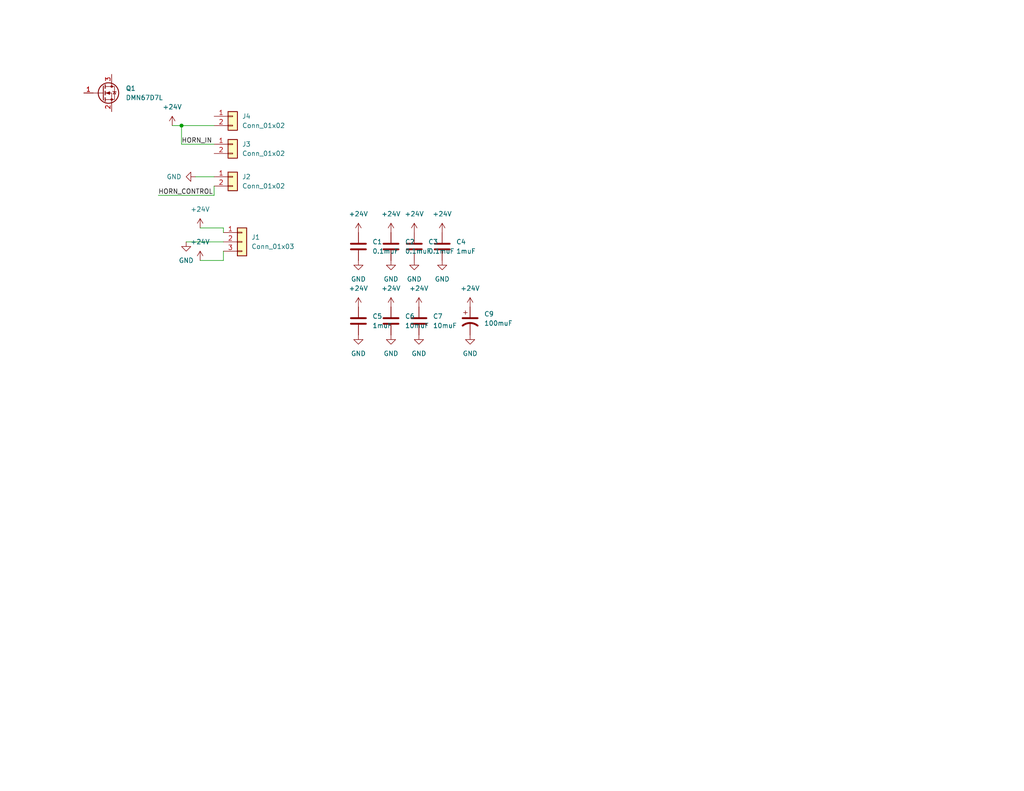
<source format=kicad_sch>
(kicad_sch (version 20231120) (generator "eeschema") (generator_version "8.0")
  (paper "USLetter")
  (title_block (title "lau29 Horns Board") (date "2024-10-03") (rev "1.0") (company "Illini Solar Car") (comment 1 "Designed By: Sarah Lau"))
  (lib_symbols
    (symbol "Connector_Generic:Conn_01x02" (pin_names (offset 1.016) hide)
      (property "Reference" "J" (at 0 2.54 0))
      (property "Value" "Conn_01x02" (at 0 -5.08 0))
      (symbol "Conn_01x02_1_1"
        (rectangle (start -1.27 -2.413) (end 0 -2.667) (stroke (width 0.1524)))
        (rectangle (start -1.27 0.127) (end 0 -0.127) (stroke (width 0.1524)))
        (rectangle (start -1.27 1.27) (end 1.27 -3.81) (stroke (width 0.254)) (fill (type background)))
        (pin passive line (at -5.08 0 0) (length 3.81) (name "Pin_1") (number "1"))
        (pin passive line (at -5.08 -2.54 0) (length 3.81) (name "Pin_2") (number "2"))
      )
    )
    (symbol "Connector_Generic:Conn_01x03" (pin_names (offset 1.016) hide)
      (property "Reference" "J" (at 0 5.08 0))
      (property "Value" "Conn_01x03" (at 0 -5.08 0))
      (symbol "Conn_01x03_1_1"
        (rectangle (start -1.27 -2.413) (end 0 -2.667) (stroke (width 0.1524)))
        (rectangle (start -1.27 0.127) (end 0 -0.127) (stroke (width 0.1524)))
        (rectangle (start -1.27 2.667) (end 0 2.413) (stroke (width 0.1524)))
        (rectangle (start -1.27 3.81) (end 1.27 -3.81) (stroke (width 0.254)) (fill (type background)))
        (pin passive line (at -5.08 2.54 0) (length 3.81) (name "Pin_1") (number "1"))
        (pin passive line (at -5.08 0 0) (length 3.81) (name "Pin_2") (number "2"))
        (pin passive line (at -5.08 -2.54 0) (length 3.81) (name "Pin_3") (number "3"))
      )
    )
    (symbol "Transistor_FET:DMN67D7L" (pin_names hide)
      (property "Reference" "Q" (at 5.08 1.905 0))
      (property "Value" "DMN67D7L" (at 5.08 0 0))
      (symbol "DMN67D7L_0_1"
        (polyline (pts (xy 0.254 0) (xy -2.54 0)))
        (polyline (pts (xy 0.254 1.905) (xy 0.254 -1.905)) (stroke (width 0.254)))
        (polyline (pts (xy 0.762 -1.27) (xy 0.762 -2.286)) (stroke (width 0.254)))
        (polyline (pts (xy 0.762 0.508) (xy 0.762 -0.508)) (stroke (width 0.254)))
        (polyline (pts (xy 0.762 2.286) (xy 0.762 1.27)) (stroke (width 0.254)))
        (polyline (pts (xy 2.54 2.54) (xy 2.54 1.778)))
        (polyline (pts (xy 2.54 -2.54) (xy 2.54 0) (xy 0.762 0)))
        (polyline (pts (xy 0.762 -1.778) (xy 3.302 -1.778) (xy 3.302 1.778) (xy 0.762 1.778)))
        (polyline (pts (xy 1.016 0) (xy 2.032 0.381) (xy 2.032 -0.381) (xy 1.016 0)) (fill (type outline)))
        (polyline (pts (xy 2.794 0.508) (xy 2.921 0.381) (xy 3.683 0.381) (xy 3.81 0.254)))
        (polyline (pts (xy 3.302 0.381) (xy 2.921 -0.254) (xy 3.683 -0.254) (xy 3.302 0.381)))
        (circle (center 1.651 0) (radius 2.794) (stroke (width 0.254)))
        (circle (center 2.54 -1.778) (radius 0.254) (fill (type outline)))
        (circle (center 2.54 1.778) (radius 0.254) (fill (type outline)))
      )
      (symbol "DMN67D7L_1_1"
        (pin input line (at -5.08 0 0) (length 2.54) (name "G") (number "1"))
        (pin passive line (at 2.54 -5.08 90) (length 2.54) (name "S") (number "2"))
        (pin passive line (at 2.54 5.08 270) (length 2.54) (name "D") (number "3"))
      )
    )
    (symbol "device:C" (pin_numbers hide) (pin_names (offset 0.254))
      (property "Reference" "C" (at 0.635 2.54 0))
      (property "Value" "C" (at 0.635 -2.54 0))
      (symbol "C_0_1"
        (polyline (pts (xy -2.032 -0.762) (xy 2.032 -0.762)) (stroke (width 0.508)))
        (polyline (pts (xy -2.032 0.762) (xy 2.032 0.762)) (stroke (width 0.508)))
      )
      (symbol "C_1_1"
        (pin passive line (at 0 3.81 270) (length 2.794) (name "~") (number "1"))
        (pin passive line (at 0 -3.81 90) (length 2.794) (name "~") (number "2"))
      )
    )
    (symbol "device:C_Polarized_US" (pin_numbers hide) (pin_names (offset 0.254) hide)
      (property "Reference" "C" (at 0.635 2.54 0))
      (property "Value" "C_Polarized_US" (at 0.635 -2.54 0))
      (symbol "C_Polarized_US_0_1"
        (polyline (pts (xy -2.032 0.762) (xy 2.032 0.762)) (stroke (width 0.508)))
        (polyline (pts (xy -1.778 2.286) (xy -0.762 2.286)))
        (polyline (pts (xy -1.27 1.778) (xy -1.27 2.794)))
        (arc (start 2.032 -1.27) (mid 0 -0.5572) (end -2.032 -1.27) (stroke (width 0.508)))
      )
      (symbol "C_Polarized_US_1_1"
        (pin passive line (at 0 3.81 270) (length 2.794) (name "~") (number "1"))
        (pin passive line (at 0 -3.81 90) (length 3.302) (name "~") (number "2"))
      )
    )
    (symbol "power:+24V" (power) (pin_names (offset 0))
      (property "Value" "+24V" (at 0 3.556 0))
      (symbol "+24V_0_1"
        (polyline (pts (xy -0.762 1.27) (xy 0 2.54)))
        (polyline (pts (xy 0 0) (xy 0 2.54)))
        (polyline (pts (xy 0 2.54) (xy 0.762 1.27)))
      )
      (symbol "+24V_1_1"
        (pin power_in line (at 0 0 90) (length 0) hide (name "+24V") (number "1"))
      )
    )
    (symbol "power:GND" (power) (pin_names (offset 0))
      (property "Value" "GND" (at 0 -3.81 0))
      (symbol "GND_0_1"
        (polyline (pts (xy 0 0) (xy 0 -1.27) (xy 1.27 -1.27) (xy 0 -2.54) (xy -1.27 -1.27) (xy 0 -1.27)))
      )
      (symbol "GND_1_1"
        (pin power_in line (at 0 0 270) (length 0) hide (name "GND") (number "1"))
      )
    )
  )
  (junction (at 49.53 34.29))
  (wire (pts (xy 50.8 66.04) (xy 60.96 66.04)))
  (wire (pts (xy 60.96 62.23) (xy 60.96 63.5)))
  (wire (pts (xy 54.61 71.12) (xy 60.96 71.12)))
  (wire (pts (xy 49.53 39.37) (xy 58.42 39.37)))
  (wire (pts (xy 43.18 53.34) (xy 58.42 53.34)))
  (wire (pts (xy 60.96 71.12) (xy 60.96 68.58)))
  (wire (pts (xy 53.34 48.26) (xy 58.42 48.26)))
  (wire (pts (xy 54.61 62.23) (xy 60.96 62.23)))
  (wire (pts (xy 49.53 34.29) (xy 58.42 34.29)))
  (wire (pts (xy 58.42 53.34) (xy 58.42 50.8)))
  (wire (pts (xy 46.99 34.29) (xy 49.53 34.29)))
  (wire (pts (xy 49.53 34.29) (xy 49.53 39.37)))
  (label "HORN_IN" (at 49.53 39.37 0))
  (label "HORN_CONTROL" (at 43.18 53.34 0))
  (symbol (lib_id "power:+24V") (at 54.61 62.23 0) (unit 1)
    (property "Reference" "#PWR01" (effects (hide yes)))
    (property "Value" "+24V" (at 54.61 57.15 0))
    (property "Description" "Power symbol creates a global label with name \"+24V\"" (effects (hide yes)))
  )
  (symbol (lib_id "power:GND") (at 114.3 91.44 0) (unit 1)
    (property "Reference" "#PWR020" (effects (hide yes)))
    (property "Value" "GND" (at 114.3 96.52 0))
    (property "Description" "Power symbol creates a global label with name \"GND\" , ground" (effects (hide yes)))
  )
  (symbol (lib_id "power:+24V") (at 106.68 63.5 0) (unit 1)
    (property "Reference" "#PWR09" (effects (hide yes)))
    (property "Value" "+24V" (at 106.68 58.42 0))
    (property "Description" "Power symbol creates a global label with name \"+24V\"" (effects (hide yes)))
  )
  (symbol (lib_id "power:GND") (at 50.8 66.04 0) (unit 1)
    (property "Reference" "#PWR03" (effects (hide yes)))
    (property "Value" "GND" (at 50.8 71.12 0))
    (property "Description" "Power symbol creates a global label with name \"GND\" , ground" (effects (hide yes)))
  )
  (symbol (lib_id "power:GND") (at 128.27 91.44 0) (unit 1)
    (property "Reference" "#PWR023" (effects (hide yes)))
    (property "Value" "GND" (at 128.27 96.52 0))
    (property "Description" "Power symbol creates a global label with name \"GND\" , ground" (effects (hide yes)))
  )
  (symbol (lib_id "Transistor_FET:DMN67D7L") (at 27.94 25.4 0) (unit 1)
    (property "Reference" "Q1" (at 34.29 24.1299 0) (effects (justify left)))
    (property "Value" "DMN67D7L" (at 34.29 26.6699 0) (effects (justify left)))
    (property "Footprint" "Package_TO_SOT_SMD:SOT-23" (effects (hide yes)))
    (property "Datasheet" "http://www.diodes.com/assets/Datasheets/DMN67D7L.pdf" (effects (hide yes)))
    (property "Description" "0.21A Id, 60V Vds, N-Channel MOSFET, SOT-23" (effects (hide yes)))
  )
  (symbol (lib_id "Connector_Generic:Conn_01x02") (at 63.5 48.26 0) (unit 1)
    (property "Reference" "J2" (at 66.04 48.2599 0) (effects (justify left)))
    (property "Value" "Conn_01x02" (at 66.04 50.7999 0) (effects (justify left)))
    (property "Description" "Generic connector, single row, 01x02, script generated (kicad-library-utils/schlib/autogen/connector/)" (effects (hide yes)))
  )
  (symbol (lib_id "device:C") (at 106.68 87.63 0) (unit 1)
    (property "Reference" "C6" (at 110.49 86.3599 0) (effects (justify left)))
    (property "Value" "10muF" (at 110.49 88.8999 0) (effects (justify left)))
    (property "Description" "Unpolarized capacitor" (effects (hide yes)))
  )
  (symbol (lib_id "power:+24V") (at 113.03 63.5 0) (unit 1)
    (property "Reference" "#PWR011" (effects (hide yes)))
    (property "Value" "+24V" (at 113.03 58.42 0))
    (property "Description" "Power symbol creates a global label with name \"+24V\"" (effects (hide yes)))
  )
  (symbol (lib_id "power:+24V") (at 114.3 83.82 0) (unit 1)
    (property "Reference" "#PWR019" (effects (hide yes)))
    (property "Value" "+24V" (at 114.3 78.74 0))
    (property "Description" "Power symbol creates a global label with name \"+24V\"" (effects (hide yes)))
  )
  (symbol (lib_id "device:C_Polarized_US") (at 128.27 87.63 0) (unit 1)
    (property "Reference" "C9" (at 132.08 85.7249 0) (effects (justify left)))
    (property "Value" "100muF" (at 132.08 88.2649 0) (effects (justify left)))
    (property "Description" "Polarized capacitor, US symbol" (effects (hide yes)))
  )
  (symbol (lib_id "power:GND") (at 97.79 91.44 0) (unit 1)
    (property "Reference" "#PWR016" (effects (hide yes)))
    (property "Value" "GND" (at 97.79 96.52 0))
    (property "Description" "Power symbol creates a global label with name \"GND\" , ground" (effects (hide yes)))
  )
  (symbol (lib_id "power:+24V") (at 54.61 71.12 0) (unit 1)
    (property "Reference" "#PWR02" (effects (hide yes)))
    (property "Value" "+24V" (at 54.61 66.04 0))
    (property "Description" "Power symbol creates a global label with name \"+24V\"" (effects (hide yes)))
  )
  (symbol (lib_id "power:+24V") (at 97.79 83.82 0) (unit 1)
    (property "Reference" "#PWR015" (effects (hide yes)))
    (property "Value" "+24V" (at 97.79 78.74 0))
    (property "Description" "Power symbol creates a global label with name \"+24V\"" (effects (hide yes)))
  )
  (symbol (lib_id "power:GND") (at 53.34 48.26 270) (unit 1)
    (property "Reference" "#PWR04" (effects (hide yes)))
    (property "Value" "GND" (at 49.53 48.2599 90) (effects (justify right)))
    (property "Description" "Power symbol creates a global label with name \"GND\" , ground" (effects (hide yes)))
  )
  (symbol (lib_id "power:GND") (at 113.03 71.12 0) (unit 1)
    (property "Reference" "#PWR012" (effects (hide yes)))
    (property "Value" "GND" (at 113.03 76.2 0))
    (property "Description" "Power symbol creates a global label with name \"GND\" , ground" (effects (hide yes)))
  )
  (symbol (lib_id "device:C") (at 120.65 67.31 0) (unit 1)
    (property "Reference" "C4" (at 124.46 66.0399 0) (effects (justify left)))
    (property "Value" "1muF" (at 124.46 68.5799 0) (effects (justify left)))
    (property "Description" "Unpolarized capacitor" (effects (hide yes)))
  )
  (symbol (lib_id "power:+24V") (at 97.79 63.5 0) (unit 1)
    (property "Reference" "#PWR08" (effects (hide yes)))
    (property "Value" "+24V" (at 97.79 58.42 0))
    (property "Description" "Power symbol creates a global label with name \"+24V\"" (effects (hide yes)))
  )
  (symbol (lib_id "Connector_Generic:Conn_01x02") (at 63.5 39.37 0) (unit 1)
    (property "Reference" "J3" (at 66.04 39.3699 0) (effects (justify left)))
    (property "Value" "Conn_01x02" (at 66.04 41.9099 0) (effects (justify left)))
    (property "Description" "Generic connector, single row, 01x02, script generated (kicad-library-utils/schlib/autogen/connector/)" (effects (hide yes)))
  )
  (symbol (lib_id "device:C") (at 113.03 67.31 0) (unit 1)
    (property "Reference" "C3" (at 116.84 66.0399 0) (effects (justify left)))
    (property "Value" "0.1muF" (at 116.84 68.5799 0) (effects (justify left)))
    (property "Description" "Unpolarized capacitor" (effects (hide yes)))
  )
  (symbol (lib_id "power:GND") (at 106.68 71.12 0) (unit 1)
    (property "Reference" "#PWR010" (effects (hide yes)))
    (property "Value" "GND" (at 106.68 76.2 0))
    (property "Description" "Power symbol creates a global label with name \"GND\" , ground" (effects (hide yes)))
  )
  (symbol (lib_id "power:GND") (at 97.79 71.12 0) (unit 1)
    (property "Reference" "#PWR07" (effects (hide yes)))
    (property "Value" "GND" (at 97.79 76.2 0))
    (property "Description" "Power symbol creates a global label with name \"GND\" , ground" (effects (hide yes)))
  )
  (symbol (lib_id "power:+24V") (at 46.99 34.29 0) (unit 1)
    (property "Reference" "#PWR05" (effects (hide yes)))
    (property "Value" "+24V" (at 46.99 29.21 0))
    (property "Description" "Power symbol creates a global label with name \"+24V\"" (effects (hide yes)))
  )
  (symbol (lib_id "power:GND") (at 120.65 71.12 0) (unit 1)
    (property "Reference" "#PWR014" (effects (hide yes)))
    (property "Value" "GND" (at 120.65 76.2 0))
    (property "Description" "Power symbol creates a global label with name \"GND\" , ground" (effects (hide yes)))
  )
  (symbol (lib_id "power:+24V") (at 106.68 83.82 0) (unit 1)
    (property "Reference" "#PWR017" (effects (hide yes)))
    (property "Value" "+24V" (at 106.68 78.74 0))
    (property "Description" "Power symbol creates a global label with name \"+24V\"" (effects (hide yes)))
  )
  (symbol (lib_id "device:C") (at 106.68 67.31 0) (unit 1)
    (property "Reference" "C2" (at 110.49 66.0399 0) (effects (justify left)))
    (property "Value" "0.1muF" (at 110.49 68.5799 0) (effects (justify left)))
    (property "Description" "Unpolarized capacitor" (effects (hide yes)))
  )
  (symbol (lib_id "Connector_Generic:Conn_01x03") (at 66.04 66.04 0) (unit 1)
    (property "Reference" "J1" (at 68.58 64.7699 0) (effects (justify left)))
    (property "Value" "Conn_01x03" (at 68.58 67.3099 0) (effects (justify left)))
    (property "Description" "Generic connector, single row, 01x03, script generated (kicad-library-utils/schlib/autogen/connector/)" (effects (hide yes)))
  )
  (symbol (lib_id "device:C") (at 97.79 67.31 0) (unit 1)
    (property "Reference" "C1" (at 101.6 66.0399 0) (effects (justify left)))
    (property "Value" "0.1muF" (at 101.6 68.5799 0) (effects (justify left)))
    (property "Description" "Unpolarized capacitor" (effects (hide yes)))
  )
  (symbol (lib_id "power:+24V") (at 128.27 83.82 0) (unit 1)
    (property "Reference" "#PWR022" (effects (hide yes)))
    (property "Value" "+24V" (at 128.27 78.74 0))
    (property "Description" "Power symbol creates a global label with name \"+24V\"" (effects (hide yes)))
  )
  (symbol (lib_id "device:C") (at 114.3 87.63 0) (unit 1)
    (property "Reference" "C7" (at 118.11 86.3599 0) (effects (justify left)))
    (property "Value" "10muF" (at 118.11 88.8999 0) (effects (justify left)))
    (property "Description" "Unpolarized capacitor" (effects (hide yes)))
  )
  (symbol (lib_id "device:C") (at 97.79 87.63 0) (unit 1)
    (property "Reference" "C5" (at 101.6 86.3599 0) (effects (justify left)))
    (property "Value" "1muF" (at 101.6 88.8999 0) (effects (justify left)))
    (property "Description" "Unpolarized capacitor" (effects (hide yes)))
  )
  (symbol (lib_id "power:+24V") (at 120.65 63.5 0) (unit 1)
    (property "Reference" "#PWR013" (effects (hide yes)))
    (property "Value" "+24V" (at 120.65 58.42 0))
    (property "Description" "Power symbol creates a global label with name \"+24V\"" (effects (hide yes)))
  )
  (symbol (lib_id "Connector_Generic:Conn_01x02") (at 63.5 31.75 0) (unit 1)
    (property "Reference" "J4" (at 66.04 31.7499 0) (effects (justify left)))
    (property "Value" "Conn_01x02" (at 66.04 34.2899 0) (effects (justify left)))
    (property "Description" "Generic connector, single row, 01x02, script generated (kicad-library-utils/schlib/autogen/connector/)" (effects (hide yes)))
  )
  (symbol (lib_id "power:GND") (at 106.68 91.44 0) (unit 1)
    (property "Reference" "#PWR018" (effects (hide yes)))
    (property "Value" "GND" (at 106.68 96.52 0))
    (property "Description" "Power symbol creates a global label with name \"GND\" , ground" (effects (hide yes)))
  )
)
</source>
